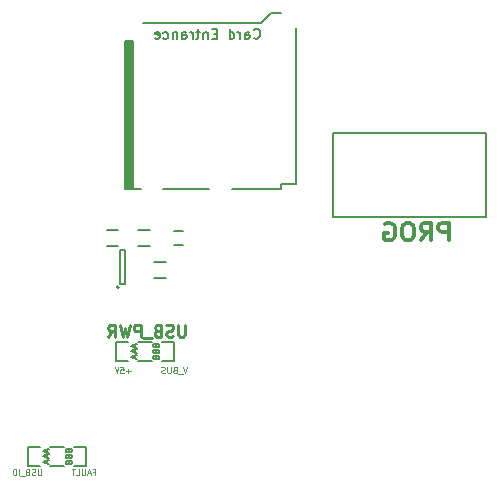
<source format=gbr>
G04 #@! TF.FileFunction,Legend,Bot*
%FSLAX46Y46*%
G04 Gerber Fmt 4.6, Leading zero omitted, Abs format (unit mm)*
G04 Created by KiCad (PCBNEW 4.0.0-rc2-stable) date 7/22/2016 8:43:15 PM*
%MOMM*%
G01*
G04 APERTURE LIST*
%ADD10C,0.100000*%
%ADD11C,0.125000*%
%ADD12C,0.250000*%
%ADD13C,0.300000*%
%ADD14C,0.200000*%
%ADD15C,0.150000*%
%ADD16C,0.177800*%
%ADD17C,0.203200*%
%ADD18C,0.127000*%
G04 APERTURE END LIST*
D10*
D11*
X128480475Y-111168190D02*
X128480475Y-111572952D01*
X128456666Y-111620571D01*
X128432856Y-111644381D01*
X128385237Y-111668190D01*
X128289999Y-111668190D01*
X128242380Y-111644381D01*
X128218571Y-111620571D01*
X128194761Y-111572952D01*
X128194761Y-111168190D01*
X127980475Y-111644381D02*
X127909046Y-111668190D01*
X127789999Y-111668190D01*
X127742380Y-111644381D01*
X127718570Y-111620571D01*
X127694761Y-111572952D01*
X127694761Y-111525333D01*
X127718570Y-111477714D01*
X127742380Y-111453905D01*
X127789999Y-111430095D01*
X127885237Y-111406286D01*
X127932856Y-111382476D01*
X127956665Y-111358667D01*
X127980475Y-111311048D01*
X127980475Y-111263429D01*
X127956665Y-111215810D01*
X127932856Y-111192000D01*
X127885237Y-111168190D01*
X127766189Y-111168190D01*
X127694761Y-111192000D01*
X127313809Y-111406286D02*
X127242380Y-111430095D01*
X127218571Y-111453905D01*
X127194761Y-111501524D01*
X127194761Y-111572952D01*
X127218571Y-111620571D01*
X127242380Y-111644381D01*
X127289999Y-111668190D01*
X127480475Y-111668190D01*
X127480475Y-111168190D01*
X127313809Y-111168190D01*
X127266190Y-111192000D01*
X127242380Y-111215810D01*
X127218571Y-111263429D01*
X127218571Y-111311048D01*
X127242380Y-111358667D01*
X127266190Y-111382476D01*
X127313809Y-111406286D01*
X127480475Y-111406286D01*
X127099523Y-111715810D02*
X126718571Y-111715810D01*
X126599523Y-111668190D02*
X126599523Y-111168190D01*
X126361428Y-111668190D02*
X126361428Y-111168190D01*
X126242381Y-111168190D01*
X126170952Y-111192000D01*
X126123333Y-111239619D01*
X126099524Y-111287238D01*
X126075714Y-111382476D01*
X126075714Y-111453905D01*
X126099524Y-111549143D01*
X126123333Y-111596762D01*
X126170952Y-111644381D01*
X126242381Y-111668190D01*
X126361428Y-111668190D01*
X132913619Y-111406286D02*
X133080285Y-111406286D01*
X133080285Y-111668190D02*
X133080285Y-111168190D01*
X132842190Y-111168190D01*
X132675524Y-111525333D02*
X132437429Y-111525333D01*
X132723143Y-111668190D02*
X132556476Y-111168190D01*
X132389810Y-111668190D01*
X132223143Y-111168190D02*
X132223143Y-111572952D01*
X132199334Y-111620571D01*
X132175524Y-111644381D01*
X132127905Y-111668190D01*
X132032667Y-111668190D01*
X131985048Y-111644381D01*
X131961239Y-111620571D01*
X131937429Y-111572952D01*
X131937429Y-111168190D01*
X131461238Y-111668190D02*
X131699333Y-111668190D01*
X131699333Y-111168190D01*
X131366000Y-111168190D02*
X131080286Y-111168190D01*
X131223143Y-111668190D02*
X131223143Y-111168190D01*
D12*
X140664286Y-98956381D02*
X140664286Y-99765905D01*
X140616667Y-99861143D01*
X140569048Y-99908762D01*
X140473810Y-99956381D01*
X140283333Y-99956381D01*
X140188095Y-99908762D01*
X140140476Y-99861143D01*
X140092857Y-99765905D01*
X140092857Y-98956381D01*
X139664286Y-99908762D02*
X139521429Y-99956381D01*
X139283333Y-99956381D01*
X139188095Y-99908762D01*
X139140476Y-99861143D01*
X139092857Y-99765905D01*
X139092857Y-99670667D01*
X139140476Y-99575429D01*
X139188095Y-99527810D01*
X139283333Y-99480190D01*
X139473810Y-99432571D01*
X139569048Y-99384952D01*
X139616667Y-99337333D01*
X139664286Y-99242095D01*
X139664286Y-99146857D01*
X139616667Y-99051619D01*
X139569048Y-99004000D01*
X139473810Y-98956381D01*
X139235714Y-98956381D01*
X139092857Y-99004000D01*
X138330952Y-99432571D02*
X138188095Y-99480190D01*
X138140476Y-99527810D01*
X138092857Y-99623048D01*
X138092857Y-99765905D01*
X138140476Y-99861143D01*
X138188095Y-99908762D01*
X138283333Y-99956381D01*
X138664286Y-99956381D01*
X138664286Y-98956381D01*
X138330952Y-98956381D01*
X138235714Y-99004000D01*
X138188095Y-99051619D01*
X138140476Y-99146857D01*
X138140476Y-99242095D01*
X138188095Y-99337333D01*
X138235714Y-99384952D01*
X138330952Y-99432571D01*
X138664286Y-99432571D01*
X137902381Y-100051619D02*
X137140476Y-100051619D01*
X136902381Y-99956381D02*
X136902381Y-98956381D01*
X136521428Y-98956381D01*
X136426190Y-99004000D01*
X136378571Y-99051619D01*
X136330952Y-99146857D01*
X136330952Y-99289714D01*
X136378571Y-99384952D01*
X136426190Y-99432571D01*
X136521428Y-99480190D01*
X136902381Y-99480190D01*
X135997619Y-98956381D02*
X135759524Y-99956381D01*
X135569047Y-99242095D01*
X135378571Y-99956381D01*
X135140476Y-98956381D01*
X134188095Y-99956381D02*
X134521429Y-99480190D01*
X134759524Y-99956381D02*
X134759524Y-98956381D01*
X134378571Y-98956381D01*
X134283333Y-99004000D01*
X134235714Y-99051619D01*
X134188095Y-99146857D01*
X134188095Y-99289714D01*
X134235714Y-99384952D01*
X134283333Y-99432571D01*
X134378571Y-99480190D01*
X134759524Y-99480190D01*
D11*
X136060856Y-102841714D02*
X135679904Y-102841714D01*
X135870380Y-103032190D02*
X135870380Y-102651238D01*
X135203713Y-102532190D02*
X135441808Y-102532190D01*
X135465618Y-102770286D01*
X135441808Y-102746476D01*
X135394189Y-102722667D01*
X135275142Y-102722667D01*
X135227523Y-102746476D01*
X135203713Y-102770286D01*
X135179904Y-102817905D01*
X135179904Y-102936952D01*
X135203713Y-102984571D01*
X135227523Y-103008381D01*
X135275142Y-103032190D01*
X135394189Y-103032190D01*
X135441808Y-103008381D01*
X135465618Y-102984571D01*
X135037047Y-102532190D02*
X134870380Y-103032190D01*
X134703714Y-102532190D01*
X140843142Y-102532190D02*
X140676475Y-103032190D01*
X140509809Y-102532190D01*
X140462190Y-103079810D02*
X140081238Y-103079810D01*
X139795524Y-102770286D02*
X139724095Y-102794095D01*
X139700286Y-102817905D01*
X139676476Y-102865524D01*
X139676476Y-102936952D01*
X139700286Y-102984571D01*
X139724095Y-103008381D01*
X139771714Y-103032190D01*
X139962190Y-103032190D01*
X139962190Y-102532190D01*
X139795524Y-102532190D01*
X139747905Y-102556000D01*
X139724095Y-102579810D01*
X139700286Y-102627429D01*
X139700286Y-102675048D01*
X139724095Y-102722667D01*
X139747905Y-102746476D01*
X139795524Y-102770286D01*
X139962190Y-102770286D01*
X139462190Y-102532190D02*
X139462190Y-102936952D01*
X139438381Y-102984571D01*
X139414571Y-103008381D01*
X139366952Y-103032190D01*
X139271714Y-103032190D01*
X139224095Y-103008381D01*
X139200286Y-102984571D01*
X139176476Y-102936952D01*
X139176476Y-102532190D01*
X138962190Y-103008381D02*
X138890761Y-103032190D01*
X138771714Y-103032190D01*
X138724095Y-103008381D01*
X138700285Y-102984571D01*
X138676476Y-102936952D01*
X138676476Y-102889333D01*
X138700285Y-102841714D01*
X138724095Y-102817905D01*
X138771714Y-102794095D01*
X138866952Y-102770286D01*
X138914571Y-102746476D01*
X138938380Y-102722667D01*
X138962190Y-102675048D01*
X138962190Y-102627429D01*
X138938380Y-102579810D01*
X138914571Y-102556000D01*
X138866952Y-102532190D01*
X138747904Y-102532190D01*
X138676476Y-102556000D01*
D13*
X162988571Y-91800571D02*
X162988571Y-90300571D01*
X162417143Y-90300571D01*
X162274285Y-90372000D01*
X162202857Y-90443429D01*
X162131428Y-90586286D01*
X162131428Y-90800571D01*
X162202857Y-90943429D01*
X162274285Y-91014857D01*
X162417143Y-91086286D01*
X162988571Y-91086286D01*
X160631428Y-91800571D02*
X161131428Y-91086286D01*
X161488571Y-91800571D02*
X161488571Y-90300571D01*
X160917143Y-90300571D01*
X160774285Y-90372000D01*
X160702857Y-90443429D01*
X160631428Y-90586286D01*
X160631428Y-90800571D01*
X160702857Y-90943429D01*
X160774285Y-91014857D01*
X160917143Y-91086286D01*
X161488571Y-91086286D01*
X159702857Y-90300571D02*
X159417143Y-90300571D01*
X159274285Y-90372000D01*
X159131428Y-90514857D01*
X159060000Y-90800571D01*
X159060000Y-91300571D01*
X159131428Y-91586286D01*
X159274285Y-91729143D01*
X159417143Y-91800571D01*
X159702857Y-91800571D01*
X159845714Y-91729143D01*
X159988571Y-91586286D01*
X160060000Y-91300571D01*
X160060000Y-90800571D01*
X159988571Y-90514857D01*
X159845714Y-90372000D01*
X159702857Y-90300571D01*
X157631428Y-90372000D02*
X157774285Y-90300571D01*
X157988571Y-90300571D01*
X158202856Y-90372000D01*
X158345714Y-90514857D01*
X158417142Y-90657714D01*
X158488571Y-90943429D01*
X158488571Y-91157714D01*
X158417142Y-91443429D01*
X158345714Y-91586286D01*
X158202856Y-91729143D01*
X157988571Y-91800571D01*
X157845714Y-91800571D01*
X157631428Y-91729143D01*
X157559999Y-91657714D01*
X157559999Y-91157714D01*
X157845714Y-91157714D01*
D14*
X153198000Y-82740000D02*
X153452000Y-82740000D01*
X153198000Y-89852000D02*
X153198000Y-82740000D01*
X166152000Y-89852000D02*
X153198000Y-89852000D01*
X166152000Y-82740000D02*
X166152000Y-89852000D01*
X153198000Y-82740000D02*
X166152000Y-82740000D01*
D15*
X140459200Y-91018800D02*
X139759200Y-91018800D01*
X139759200Y-92218800D02*
X140459200Y-92218800D01*
X134029200Y-92273800D02*
X135029200Y-92273800D01*
X135029200Y-90923800D02*
X134029200Y-90923800D01*
X137729200Y-90953800D02*
X136729200Y-90953800D01*
X136729200Y-92303800D02*
X137729200Y-92303800D01*
X138079200Y-94943800D02*
X139079200Y-94943800D01*
X139079200Y-93593800D02*
X138079200Y-93593800D01*
D16*
X136128760Y-87409020D02*
X136128760Y-74957940D01*
X136029700Y-74909680D02*
X136029700Y-87459820D01*
X135778240Y-87409020D02*
X135778240Y-74957940D01*
X135628380Y-87459820D02*
X135879840Y-87459820D01*
X135628380Y-74909680D02*
X135628380Y-87459820D01*
X136230360Y-74909680D02*
X136230360Y-87459820D01*
X135628380Y-74909680D02*
X136230360Y-74909680D01*
X148777960Y-87459820D02*
X148777960Y-87058500D01*
X150030180Y-73809860D02*
X150030180Y-87058500D01*
X150030180Y-87058500D02*
X148777960Y-87058500D01*
X137078720Y-73357740D02*
X147078700Y-73357740D01*
X147078700Y-73357740D02*
X147929600Y-72509380D01*
X147929600Y-72509380D02*
X148777960Y-72509380D01*
X144630140Y-87459820D02*
X148777960Y-87459820D01*
X138828780Y-87459820D02*
X142730220Y-87459820D01*
X135879840Y-87459820D02*
X136928860Y-87459820D01*
X135879840Y-74909680D02*
X135879840Y-87459820D01*
D15*
X135079200Y-95768800D02*
G75*
G03X135079200Y-95768800I-100000J0D01*
G01*
X135629200Y-95518800D02*
X135129200Y-95518800D01*
X135629200Y-92618800D02*
X135629200Y-95518800D01*
X135129200Y-92618800D02*
X135629200Y-92618800D01*
X135129200Y-95518800D02*
X135129200Y-92618800D01*
D16*
X130442140Y-109295700D02*
X129243260Y-109295700D01*
X130442140Y-110895900D02*
X129243260Y-110895900D01*
X132293800Y-110895900D02*
X132293800Y-109295700D01*
X132293800Y-109295700D02*
X131293040Y-109295700D01*
X132293800Y-110895900D02*
X131293040Y-110895900D01*
X127391600Y-110895900D02*
X128392360Y-110895900D01*
X127391600Y-110895900D02*
X127391600Y-109295700D01*
X127391600Y-109295700D02*
X128392360Y-109295700D01*
X137871640Y-100405700D02*
X136672760Y-100405700D01*
X137871640Y-102005900D02*
X136672760Y-102005900D01*
X139723300Y-102005900D02*
X139723300Y-100405700D01*
X139723300Y-100405700D02*
X138722540Y-100405700D01*
X139723300Y-102005900D02*
X138722540Y-102005900D01*
X134821100Y-102005900D02*
X135821860Y-102005900D01*
X134821100Y-102005900D02*
X134821100Y-100405700D01*
X134821100Y-100405700D02*
X135821860Y-100405700D01*
D17*
X146497523Y-74654229D02*
X146538647Y-74695352D01*
X146662018Y-74736476D01*
X146744266Y-74736476D01*
X146867638Y-74695352D01*
X146949885Y-74613105D01*
X146991009Y-74530857D01*
X147032133Y-74366362D01*
X147032133Y-74242990D01*
X146991009Y-74078495D01*
X146949885Y-73996248D01*
X146867638Y-73914000D01*
X146744266Y-73872876D01*
X146662018Y-73872876D01*
X146538647Y-73914000D01*
X146497523Y-73955124D01*
X145757295Y-74736476D02*
X145757295Y-74284114D01*
X145798418Y-74201867D01*
X145880666Y-74160743D01*
X146045161Y-74160743D01*
X146127409Y-74201867D01*
X145757295Y-74695352D02*
X145839542Y-74736476D01*
X146045161Y-74736476D01*
X146127409Y-74695352D01*
X146168533Y-74613105D01*
X146168533Y-74530857D01*
X146127409Y-74448610D01*
X146045161Y-74407486D01*
X145839542Y-74407486D01*
X145757295Y-74366362D01*
X145346057Y-74736476D02*
X145346057Y-74160743D01*
X145346057Y-74325238D02*
X145304933Y-74242990D01*
X145263809Y-74201867D01*
X145181562Y-74160743D01*
X145099314Y-74160743D01*
X144441333Y-74736476D02*
X144441333Y-73872876D01*
X144441333Y-74695352D02*
X144523580Y-74736476D01*
X144688076Y-74736476D01*
X144770323Y-74695352D01*
X144811447Y-74654229D01*
X144852571Y-74571981D01*
X144852571Y-74325238D01*
X144811447Y-74242990D01*
X144770323Y-74201867D01*
X144688076Y-74160743D01*
X144523580Y-74160743D01*
X144441333Y-74201867D01*
X143372114Y-74284114D02*
X143084247Y-74284114D01*
X142960876Y-74736476D02*
X143372114Y-74736476D01*
X143372114Y-73872876D01*
X142960876Y-73872876D01*
X142590762Y-74160743D02*
X142590762Y-74736476D01*
X142590762Y-74242990D02*
X142549638Y-74201867D01*
X142467391Y-74160743D01*
X142344019Y-74160743D01*
X142261771Y-74201867D01*
X142220648Y-74284114D01*
X142220648Y-74736476D01*
X141932781Y-74160743D02*
X141603791Y-74160743D01*
X141809410Y-73872876D02*
X141809410Y-74613105D01*
X141768286Y-74695352D01*
X141686039Y-74736476D01*
X141603791Y-74736476D01*
X141315924Y-74736476D02*
X141315924Y-74160743D01*
X141315924Y-74325238D02*
X141274800Y-74242990D01*
X141233676Y-74201867D01*
X141151429Y-74160743D01*
X141069181Y-74160743D01*
X140411200Y-74736476D02*
X140411200Y-74284114D01*
X140452323Y-74201867D01*
X140534571Y-74160743D01*
X140699066Y-74160743D01*
X140781314Y-74201867D01*
X140411200Y-74695352D02*
X140493447Y-74736476D01*
X140699066Y-74736476D01*
X140781314Y-74695352D01*
X140822438Y-74613105D01*
X140822438Y-74530857D01*
X140781314Y-74448610D01*
X140699066Y-74407486D01*
X140493447Y-74407486D01*
X140411200Y-74366362D01*
X139999962Y-74160743D02*
X139999962Y-74736476D01*
X139999962Y-74242990D02*
X139958838Y-74201867D01*
X139876591Y-74160743D01*
X139753219Y-74160743D01*
X139670971Y-74201867D01*
X139629848Y-74284114D01*
X139629848Y-74736476D01*
X138848496Y-74695352D02*
X138930743Y-74736476D01*
X139095239Y-74736476D01*
X139177486Y-74695352D01*
X139218610Y-74654229D01*
X139259734Y-74571981D01*
X139259734Y-74325238D01*
X139218610Y-74242990D01*
X139177486Y-74201867D01*
X139095239Y-74160743D01*
X138930743Y-74160743D01*
X138848496Y-74201867D01*
X138149390Y-74695352D02*
X138231638Y-74736476D01*
X138396133Y-74736476D01*
X138478381Y-74695352D01*
X138519505Y-74613105D01*
X138519505Y-74284114D01*
X138478381Y-74201867D01*
X138396133Y-74160743D01*
X138231638Y-74160743D01*
X138149390Y-74201867D01*
X138108267Y-74284114D01*
X138108267Y-74366362D01*
X138519505Y-74448610D01*
D18*
X129028207Y-109539419D02*
X129028207Y-109781324D01*
X129173350Y-109491038D02*
X128665350Y-109660371D01*
X129173350Y-109829705D01*
X129028207Y-109974848D02*
X129028207Y-110216753D01*
X129173350Y-109926467D02*
X128665350Y-110095800D01*
X129173350Y-110265134D01*
X129028207Y-110410277D02*
X129028207Y-110652182D01*
X129173350Y-110361896D02*
X128665350Y-110531229D01*
X129173350Y-110700563D01*
X130807174Y-109624086D02*
X130831365Y-109696657D01*
X130855555Y-109720848D01*
X130903936Y-109745038D01*
X130976508Y-109745038D01*
X131024889Y-109720848D01*
X131049079Y-109696657D01*
X131073270Y-109648276D01*
X131073270Y-109454752D01*
X130565270Y-109454752D01*
X130565270Y-109624086D01*
X130589460Y-109672467D01*
X130613650Y-109696657D01*
X130662031Y-109720848D01*
X130710412Y-109720848D01*
X130758793Y-109696657D01*
X130782984Y-109672467D01*
X130807174Y-109624086D01*
X130807174Y-109454752D01*
X130807174Y-110132086D02*
X130831365Y-110204657D01*
X130855555Y-110228848D01*
X130903936Y-110253038D01*
X130976508Y-110253038D01*
X131024889Y-110228848D01*
X131049079Y-110204657D01*
X131073270Y-110156276D01*
X131073270Y-109962752D01*
X130565270Y-109962752D01*
X130565270Y-110132086D01*
X130589460Y-110180467D01*
X130613650Y-110204657D01*
X130662031Y-110228848D01*
X130710412Y-110228848D01*
X130758793Y-110204657D01*
X130782984Y-110180467D01*
X130807174Y-110132086D01*
X130807174Y-109962752D01*
X130807174Y-110640086D02*
X130831365Y-110712657D01*
X130855555Y-110736848D01*
X130903936Y-110761038D01*
X130976508Y-110761038D01*
X131024889Y-110736848D01*
X131049079Y-110712657D01*
X131073270Y-110664276D01*
X131073270Y-110470752D01*
X130565270Y-110470752D01*
X130565270Y-110640086D01*
X130589460Y-110688467D01*
X130613650Y-110712657D01*
X130662031Y-110736848D01*
X130710412Y-110736848D01*
X130758793Y-110712657D01*
X130782984Y-110688467D01*
X130807174Y-110640086D01*
X130807174Y-110470752D01*
X136457707Y-100649419D02*
X136457707Y-100891324D01*
X136602850Y-100601038D02*
X136094850Y-100770371D01*
X136602850Y-100939705D01*
X136457707Y-101084848D02*
X136457707Y-101326753D01*
X136602850Y-101036467D02*
X136094850Y-101205800D01*
X136602850Y-101375134D01*
X136457707Y-101520277D02*
X136457707Y-101762182D01*
X136602850Y-101471896D02*
X136094850Y-101641229D01*
X136602850Y-101810563D01*
X138236674Y-100734086D02*
X138260865Y-100806657D01*
X138285055Y-100830848D01*
X138333436Y-100855038D01*
X138406008Y-100855038D01*
X138454389Y-100830848D01*
X138478579Y-100806657D01*
X138502770Y-100758276D01*
X138502770Y-100564752D01*
X137994770Y-100564752D01*
X137994770Y-100734086D01*
X138018960Y-100782467D01*
X138043150Y-100806657D01*
X138091531Y-100830848D01*
X138139912Y-100830848D01*
X138188293Y-100806657D01*
X138212484Y-100782467D01*
X138236674Y-100734086D01*
X138236674Y-100564752D01*
X138236674Y-101242086D02*
X138260865Y-101314657D01*
X138285055Y-101338848D01*
X138333436Y-101363038D01*
X138406008Y-101363038D01*
X138454389Y-101338848D01*
X138478579Y-101314657D01*
X138502770Y-101266276D01*
X138502770Y-101072752D01*
X137994770Y-101072752D01*
X137994770Y-101242086D01*
X138018960Y-101290467D01*
X138043150Y-101314657D01*
X138091531Y-101338848D01*
X138139912Y-101338848D01*
X138188293Y-101314657D01*
X138212484Y-101290467D01*
X138236674Y-101242086D01*
X138236674Y-101072752D01*
X138236674Y-101750086D02*
X138260865Y-101822657D01*
X138285055Y-101846848D01*
X138333436Y-101871038D01*
X138406008Y-101871038D01*
X138454389Y-101846848D01*
X138478579Y-101822657D01*
X138502770Y-101774276D01*
X138502770Y-101580752D01*
X137994770Y-101580752D01*
X137994770Y-101750086D01*
X138018960Y-101798467D01*
X138043150Y-101822657D01*
X138091531Y-101846848D01*
X138139912Y-101846848D01*
X138188293Y-101822657D01*
X138212484Y-101798467D01*
X138236674Y-101750086D01*
X138236674Y-101580752D01*
M02*

</source>
